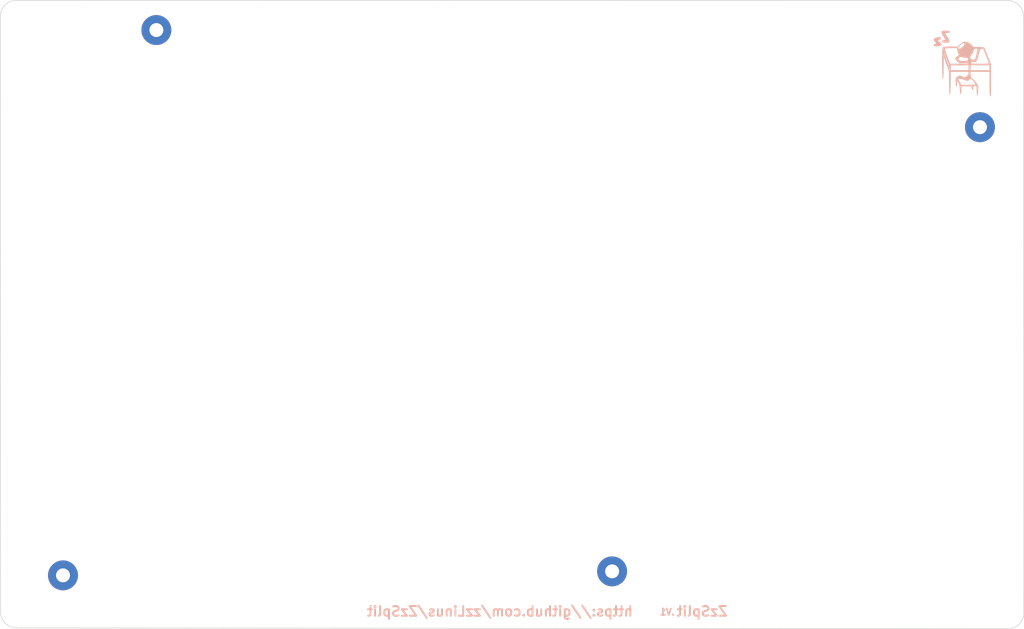
<source format=kicad_pcb>
(kicad_pcb (version 20211014) (generator pcbnew)
  (layers (0 "F.Cu" signal) (31 "B.Cu" signal) (34 "B.Paste" user) (35 "F.Paste" user) (36 "B.SilkS" user "B.Silkscreen") (37 "F.SilkS" user "F.Silkscreen") (38 "B.Mask" user) (39 "F.Mask" user) (44 "Edge.Cuts" user))
  (net 0 "")
  (footprint "SofleKeyboard-footprint:HOLE_M2_TH" (layer "F.Cu") (at 99.895 53.365)
    (fp_text reference "TH5" hide)
    (fp_text value "HOLE" hide)
    (pad "" thru_hole circle locked (at -0.025 -0.075 90) (size 4.7 4.7) (drill 2.2) (layers *.Cu *.Mask "Dwgs.User") (clearance 0.3))
  )
  (footprint "SofleKeyboard-footprint:HOLE_M2_TH" (layer "F.Cu") (at 85.215 139.175)
    (fp_text reference "TH5" hide)
    (fp_text value "HOLE" hide)
    (pad "" thru_hole circle locked (at -0.025 -0.075 90) (size 4.7 4.7) (drill 2.2) (layers *.Cu *.Mask "Dwgs.User") (clearance 0.3))
  )
  (footprint "SofleKeyboard-footprint:HOLE_M2_TH" (layer "F.Cu") (at 229.395 68.645)
    (fp_text reference "TH5" hide)
    (fp_text value "HOLE" hide)
    (pad "" thru_hole circle locked (at -0.025 -0.075 90) (size 4.7 4.7) (drill 2.2) (layers *.Cu *.Mask "Dwgs.User") (clearance 0.3))
  )
  (footprint "SofleKeyboard-footprint:HOLE_M2_TH" (layer "F.Cu") (at 171.555 138.545)
    (fp_text reference "TH5" hide)
    (fp_text value "HOLE" hide)
    (pad "" thru_hole circle locked (at -0.025 -0.075 90) (size 4.7 4.7) (drill 2.2) (layers *.Cu *.Mask "Dwgs.User") (clearance 0.3))
  )
  (footprint "logo:melogo" (layer "B.Cu") (at 227.14 58.59 180)
    (fp_text reference "ZzSplit      https://github.com/zzLinus/ZzSplit" (at 65.81 -86.17 180) (layer "B.SilkS") (effects (font (size 1.524 1.524) (thickness 0.3)) (justify mirror)))
    (fp_text value "LOGO" hide)
    (fp_poly (pts (xy 3.455836 5.204695) (xy 3.646913 5.188828) (xy 3.743141 5.145973) (xy 3.781761 5.062703) (xy 3.795033 4.968198) (xy 3.762767 4.733185) (xy 3.611161 4.42931) (xy 3.519867 4.290131) (xy 3.362275 4.052856) (xy 3.252843 3.871924) (xy 3.217334 3.793464) (xy 3.291434 3.747233) (xy 3.471898 3.711678) (xy 3.4925 3.709531) (xy 3.691798 3.663059) (xy 3.764529 3.557851) (xy 3.767667 3.513666) (xy 3.748606 3.421135) (xy 3.666753 3.366263) (xy 3.485099 3.33609) (xy 3.213746 3.319699) (xy 2.921156 3.315601) (xy 2.699055 3.329017) (xy 2.599912 3.354977) (xy 2.544407 3.477504) (xy 2.57921 3.663618) (xy 2.711955 3.935458) (xy 2.910003 4.25428) (xy 3.280006 4.81762) (xy 2.888836 4.842977) (xy 2.644975 4.87089) (xy 2.528522 4.926809) (xy 2.497709 5.031525) (xy 2.497667 5.037666) (xy 2.512665 5.124245) (xy 2.581053 5.175043) (xy 2.737921 5.199421) (xy 3.018363 5.206734) (xy 3.132667 5.207)) (layer "B.SilkS") (width 0) (fill solid))
    (fp_poly (pts (xy 0.304961 3.434152) (xy 0.700635 3.242919) (xy 0.939954 3.039379) (xy 1.27 2.709333) (xy 2.410021 2.709333) (xy 2.872488 2.707462) (xy 3.194293 2.699266) (xy 3.404089 2.680869) (xy 3.530532 2.648398) (xy 3.602273 2.597975) (xy 3.638991 2.54313) (xy 3.663394 2.415885) (xy 3.682485 2.152403) (xy 3.696467 1.778) (xy 3.705544 1.317991) (xy 3.709922 0.797692) (xy 3.709803 0.242418) (xy 3.705393 -0.322514) (xy 3.696895 -0.871789) (xy 3.684514 -1.380091) (xy 3.668453 -1.822105) (xy 3.648918 -2.172515) (xy 3.626112 -2.406005) (xy 3.600239 -2.49726) (xy 3.598334 -2.497667) (xy 3.567225 -2.414946) (xy 3.539707 -2.174519) (xy 3.516503 -1.787989) (xy 3.498338 -1.266959) (xy 3.487293 -0.719667) (xy 3.460918 1.058333) (xy 3.06617 0) (xy 2.671422 -1.058334) (xy 2.626878 -3.02708) (xy 2.606005 -3.751089) (xy 2.580765 -4.311238) (xy 2.552538 -4.706912) (xy 2.522701 -4.937497) (xy 2.492634 -5.002374) (xy 2.463715 -4.900931) (xy 2.437321 -4.632549) (xy 2.414833 -4.196615) (xy 2.397628 -3.592512) (xy 2.390214 -3.132771) (xy 2.367427 -1.27) (xy -0.423333 -1.27) (xy -0.423333 -1.514125) (xy -0.38143 -1.715205) (xy -0.243003 -1.805408) (xy -0.110924 -1.889682) (xy -0.113346 -1.984616) (xy -0.085115 -2.075544) (xy 0.053282 -2.11746) (xy 0.249743 -2.109762) (xy 0.452169 -2.051846) (xy 0.555318 -1.99236) (xy 0.767488 -1.894455) (xy 1.002559 -1.870437) (xy 1.19089 -1.922071) (xy 1.244626 -1.974885) (xy 1.378989 -2.099862) (xy 1.463817 -2.142834) (xy 1.536811 -2.18963) (xy 1.579461 -2.286911) (xy 1.597286 -2.469359) (xy 1.595805 -2.771654) (xy 1.590817 -2.940782) (xy 1.566131 -3.321877) (xy 1.526087 -3.561565) (xy 1.477186 -3.653935) (xy 1.425931 -3.593076) (xy 1.378826 -3.373076) (xy 1.354667 -3.155443) (xy 1.312334 -2.667) (xy 1.143 -2.963334) (xy 1.043666 -3.20094) (xy 0.976885 -3.525855) (xy 0.935172 -3.976284) (xy 0.931334 -4.043582) (xy 0.898119 -4.454037) (xy 0.854546 -4.717403) (xy 0.806533 -4.829457) (xy 0.760002 -4.785977) (xy 0.720873 -4.582742) (xy 0.695066 -4.215529) (xy 0.694939 -4.212167) (xy 0.670211 -3.556) (xy -0.920604 -3.556) (xy -0.947135 -3.831167) (xy -0.988026 -4.0186) (xy -1.051977 -4.105578) (xy -1.058333 -4.106334) (xy -1.123155 -4.032173) (xy -1.16733 -3.851586) (xy -1.169531 -3.831167) (xy -1.208126 -3.640151) (xy -1.306795 -3.566125) (xy -1.44152 -3.556) (xy -1.686979 -3.556) (xy -1.711323 -4.318469) (xy -1.731281 -4.668434) (xy -1.763497 -4.929355) (xy -1.803201 -5.067852) (xy -1.820333 -5.081499) (xy -1.86142 -5.002656) (xy -1.90089 -4.787747) (xy -1.933633 -4.470007) (xy -1.947333 -4.25553) (xy -1.989666 -3.429) (xy -1.817356 -3.214764) (xy -1.513681 -3.214764) (xy -1.442627 -3.274122) (xy -1.248135 -3.298814) (xy -0.91453 -3.303297) (xy -0.472949 -3.302) (xy 0.67237 -3.302) (xy 0.957256 -2.8575) (xy 1.242141 -2.413) (xy 0.992883 -2.385784) (xy 0.784726 -2.399807) (xy 0.487187 -2.463238) (xy 0.193192 -2.552887) (xy -0.35724 -2.747206) (xy -0.509691 -2.558936) (xy -0.670402 -2.409188) (xy -0.823969 -2.395238) (xy -1.001319 -2.523201) (xy -1.143 -2.684138) (xy -1.348191 -2.934229) (xy -1.476977 -3.106285) (xy -1.513681 -3.214764) (xy -1.817356 -3.214764) (xy -1.4898 -2.807508) (xy -1.259697 -2.53134) (xy -1.058681 -2.308018) (xy -0.91647 -2.16975) (xy -0.875967 -2.142283) (xy -0.796667 -2.023758) (xy -0.762974 -1.754558) (xy -0.762 -1.684275) (xy -0.762 -1.27) (xy -3.725333 -1.27) (xy -3.725333 -3.170003) (xy -3.727996 -3.83522) (xy -3.737003 -4.345963) (xy -3.753881 -4.717026) (xy -3.780157 -4.9632) (xy -3.817359 -5.099278) (xy -3.867012 -5.140052) (xy -3.925191 -5.105921) (xy -3.938977 -5.010579) (xy -3.951469 -4.767524) (xy -3.962203 -4.398373) (xy -3.970714 -3.924744) (xy -3.976538 -3.368255) (xy -3.979212 -2.750522) (xy -3.979333 -2.584793) (xy -3.979333 -1.016) (xy -3.725333 -1.016) (xy -0.762 -1.016) (xy -0.423333 -1.016) (xy 2.370667 -1.016) (xy 2.370667 -0.374555) (xy 2.624667 -0.374555) (xy 2.637044 -0.423976) (xy 2.677875 -0.369297) (xy 2.75271 -0.197333) (xy 2.867099 0.105098) (xy 3.026591 0.551178) (xy 3.087543 0.724935) (xy 3.228164 1.135563) (xy 3.342572 1.485973) (xy 3.421665 1.746958) (xy 3.456338 1.889309) (xy 3.455782 1.90644) (xy 3.42023 1.842009) (xy 3.341683 1.651434) (xy 3.232488 1.368605) (xy 3.104994 1.027411) (xy 2.971549 0.661741) (xy 2.844502 0.305486) (xy 2.736199 -0.007465) (xy 2.658991 -0.243222) (xy 2.625225 -0.367895) (xy 2.624667 -0.374555) (xy 2.370667 -0.374555) (xy 2.370667 -0.254) (xy -0.423333 -0.254) (xy -0.423333 -1.016) (xy -0.762 -1.016) (xy -0.762 -0.254) (xy -3.725333 -0.254) (xy -3.725333 -1.016) (xy -3.979333 -1.016) (xy -3.979333 -0.117808) (xy -3.896931 0.093574) (xy -3.614333 0.093574) (xy -3.578919 0.054278) (xy -3.477168 0.027789) (xy -3.286344 0.011619) (xy -2.98371 0.003277) (xy -2.546529 0.000276) (xy -2.252725 0) (xy -1.72019 0.00239) (xy -1.335614 0.010752) (xy -1.077673 0.026875) (xy -0.925045 0.052548) (xy -0.887358 0.072869) (xy -0.508 0.072869) (xy -0.427822 0.049468) (xy -0.205224 0.029252) (xy 0.132892 0.013513) (xy 0.559623 0.003546) (xy 0.994834 0.000579) (xy 2.497667 0.001159) (xy 2.900236 1.164746) (xy 3.043073 1.581835) (xy 3.163549 1.941692) (xy 3.251795 2.214208) (xy 3.297942 2.369272) (xy 3.302403 2.391833) (xy 3.223149 2.416834) (xy 3.00802 2.437201) (xy 2.690452 2.450754) (xy 2.328334 2.455333) (xy 1.354667 2.455333) (xy 1.354667 2.221179) (xy 1.313999 1.988159) (xy 1.214491 1.726878) (xy 1.198513 1.695859) (xy 1.04236 1.404694) (xy 1.296402 1.231514) (xy 1.551623 1.034267) (xy 1.657776 0.867686) (xy 1.619708 0.691832) (xy 1.442261 0.466766) (xy 1.395174 0.4172) (xy 1.058334 0.067981) (xy 0.275167 0.106859) (xy -0.065105 0.116468) (xy -0.330707 0.110109) (xy -0.484507 0.089394) (xy -0.508 0.072869) (xy -0.887358 0.072869) (xy -0.856406 0.089558) (xy -0.846666 0.117941) (xy -0.917684 0.252362) (xy -1.114788 0.299034) (xy -1.275366 0.282667) (xy -1.466712 0.276512) (xy -1.62082 0.351812) (xy -1.751359 0.528926) (xy -1.798283 0.645332) (xy -0.36168 0.645332) (xy -0.289556 0.544187) (xy -0.169333 0.49909) (xy 0.041569 0.462424) (xy 0.332789 0.437121) (xy 0.473711 0.431773) (xy 0.771943 0.445274) (xy 0.962218 0.510997) (xy 1.061038 0.595655) (xy 1.162315 0.724993) (xy 1.151523 0.821161) (xy 1.035992 0.948971) (xy 0.900437 1.060929) (xy 0.762297 1.086535) (xy 0.547085 1.03766) (xy 0.523509 1.030649) (xy 0.234229 0.964387) (xy -0.04094 0.931978) (xy -0.073323 0.931333) (xy -0.260839 0.907544) (xy -0.350672 0.849964) (xy -0.351366 0.846666) (xy -0.36168 0.645332) (xy -1.798283 0.645332) (xy -1.872003 0.828214) (xy -1.996423 1.270039) (xy -2.03007 1.406601) (xy -2.128447 1.806642) (xy -2.202591 2.071116) (xy -2.267183 2.229254) (xy -2.328958 2.301056) (xy -1.847393 2.301056) (xy -1.827329 2.156766) (xy -1.82542 2.149122) (xy -1.768719 1.895866) (xy -1.723814 1.662289) (xy -1.668779 1.412496) (xy -1.586859 1.109106) (xy -1.558072 1.01381) (xy -1.478422 0.783094) (xy -1.397022 0.675178) (xy -1.263996 0.650513) (xy -1.113841 0.661566) (xy -0.87857 0.709973) (xy -0.75223 0.82012) (xy -0.712175 0.908093) (xy -0.682475 1.063094) (xy -0.736631 1.208126) (xy -0.897123 1.400695) (xy -0.910122 1.414485) (xy -1.143781 1.750504) (xy -1.238444 2.037982) (xy -1.284848 2.252365) (xy -1.365057 2.346911) (xy -1.529927 2.370255) (xy -1.586333 2.370666) (xy -1.780797 2.359628) (xy -1.847393 2.301056) (xy -2.328958 2.301056) (xy -2.336904 2.310292) (xy -2.426437 2.34346) (xy -2.505648 2.353541) (xy -2.610148 2.358692) (xy -2.692607 2.333679) (xy -2.768762 2.253916) (xy -2.85435 2.09482) (xy -2.965107 1.831805) (xy -3.116772 1.440289) (xy -3.156017 1.337541) (xy -3.309093 0.935815) (xy -3.443334 0.582114) (xy -3.545504 0.31141) (xy -3.602367 0.158677) (xy -3.606148 0.148166) (xy -3.614333 0.093574) (xy -3.896931 0.093574) (xy -3.480292 1.162352) (xy -3.308222 1.600596) (xy -3.154669 1.985778) (xy -3.031301 2.289083) (xy -2.949787 2.481696) (xy -2.924962 2.533589) (xy -2.814607 2.577493) (xy -2.563264 2.608501) (xy -2.198987 2.623651) (xy -2.061784 2.624666) (xy -1.254896 2.624667) (xy -0.889871 3.00025) (xy -0.811586 3.062639) (xy 0.218748 3.062639) (xy 0.284733 2.901099) (xy 0.412827 2.736002) (xy 0.602418 2.57981) (xy 0.813875 2.453079) (xy 1.007569 2.376362) (xy 1.143869 2.370213) (xy 1.185017 2.434166) (xy 1.124667 2.605772) (xy 0.974981 2.824236) (xy 0.781069 3.033471) (xy 0.588044 3.177388) (xy 0.586683 3.178094) (xy 0.350894 3.261255) (xy 0.224903 3.2197) (xy 0.218748 3.062639) (xy -0.811586 3.062639) (xy -0.497871 3.312655) (xy -0.097068 3.457344)) (layer "B.SilkS") (width 0) (fill solid))
    (fp_poly (pts (xy 4.252698 4.195565) (xy 4.544558 4.134646) (xy 4.879146 4.022368) (xy 5.048686 3.884727) (xy 5.056409 3.715205) (xy 4.905549 3.507283) (xy 4.871855 3.474641) (xy 4.70334 3.294272) (xy 4.673693 3.186457) (xy 4.781384 3.129078) (xy 4.847167 3.117388) (xy 5.00645 3.033278) (xy 5.037667 2.921) (xy 4.988988 2.804631) (xy 4.830969 2.745613) (xy 4.54564 2.741166) (xy 4.149424 2.78369) (xy 3.874383 2.850876) (xy 3.758868 2.958848) (xy 3.802051 3.114705) (xy 4.003098 3.325546) (xy 4.078643 3.388253) (xy 4.279557 3.554462) (xy 4.361036 3.646537) (xy 4.337248 3.694381) (xy 4.237835 3.72427) (xy 4.034359 3.820999) (xy 3.919651 3.967846) (xy 3.924373 4.118103) (xy 3.953794 4.156994) (xy 4.059995 4.204553)) (layer "B.SilkS") (width 0) (fill solid))
  )
  (gr_line (start 236.234019 51.14) (end 236.264 145) (layer "Edge.Cuts") (width 0.1))
  (gr_arc (start 233.744 48.640001) (mid 235.505312 49.375759) (end 236.234019 51.14) (layer "Edge.Cuts") (width 0.1))
  (gr_arc (start 236.264 145) (mid 235.525271 146.778398) (end 233.74392 147.50998) (layer "Edge.Cuts") (width 0.1))
  (gr_line (start 233.74392 147.50998) (end 77.874 147.37) (layer "Edge.Cuts") (width 0.1))
  (gr_arc (start 75.334 51.11) (mid 76.066233 49.342233) (end 77.834 48.61) (layer "Edge.Cuts") (width 0.1))
  (gr_line (start 77.834 48.61) (end 233.744 48.640001) (layer "Edge.Cuts") (width 0.1))
  (gr_arc (start 77.874 147.37) (mid 76.106233 146.637767) (end 75.374 144.87) (layer "Edge.Cuts") (width 0.1))
  (gr_line (start 75.334 51.11) (end 75.374 144.87) (layer "Edge.Cuts") (width 0.1))
  (gr_text ".V1" (at 180.2 144.87) (layer "B.SilkS") (effects (font (size 1 1) (thickness 0.25)) (justify mirror)))
)
</source>
